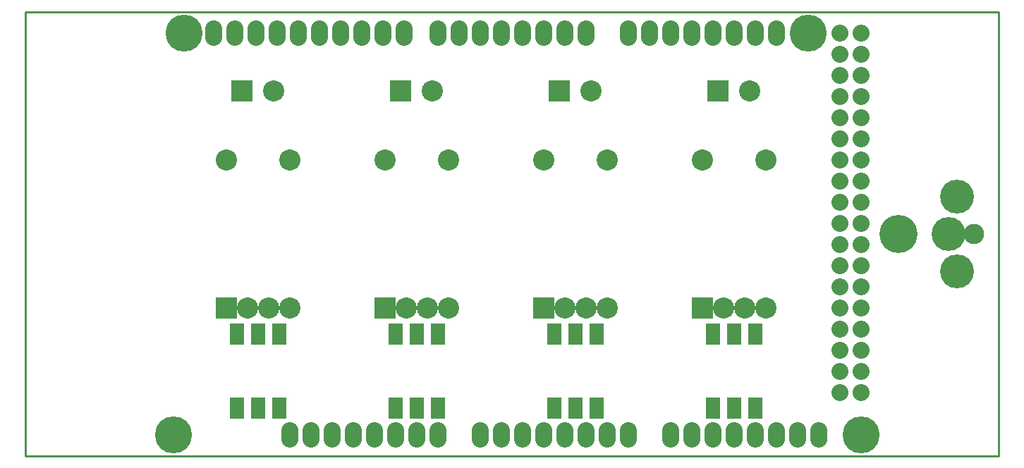
<source format=gbs>
G04 (created by PCBNEW-RS274X (2011-05-25)-stable) date Tue 18 Mar 2014 04:02:36 PM EDT*
G01*
G70*
G90*
%MOIN*%
G04 Gerber Fmt 3.4, Leading zero omitted, Abs format*
%FSLAX34Y34*%
G04 APERTURE LIST*
%ADD10C,0.006000*%
%ADD11C,0.009000*%
%ADD12C,0.175000*%
%ADD13O,0.080000X0.120000*%
%ADD14C,0.080000*%
%ADD15R,0.070000X0.100000*%
%ADD16C,0.096000*%
%ADD17C,0.160000*%
%ADD18C,0.180000*%
%ADD19R,0.100000X0.100000*%
%ADD20C,0.100000*%
G04 APERTURE END LIST*
G54D10*
G54D11*
X89500Y-51500D02*
X43500Y-51500D01*
X43500Y-30500D02*
X89500Y-30500D01*
X43500Y-30500D02*
X43500Y-51500D01*
X89500Y-51500D02*
X89500Y-30500D01*
G54D12*
X50500Y-50500D03*
X51000Y-31500D03*
X83000Y-50500D03*
X80500Y-31500D03*
G54D13*
X56000Y-50500D03*
X57000Y-50500D03*
X58000Y-50500D03*
X59000Y-50500D03*
X60000Y-50500D03*
X61000Y-50500D03*
X62000Y-50500D03*
X63000Y-50500D03*
X65000Y-50500D03*
X66000Y-50500D03*
X67000Y-50500D03*
X68000Y-50500D03*
X69000Y-50500D03*
X70000Y-50500D03*
X71000Y-50500D03*
X72000Y-50500D03*
X74000Y-50500D03*
X75000Y-50500D03*
X76000Y-50500D03*
X77000Y-50500D03*
X78000Y-50500D03*
X79000Y-50500D03*
X80000Y-50500D03*
X81000Y-50500D03*
X52400Y-31500D03*
X53400Y-31500D03*
X54400Y-31500D03*
X55400Y-31500D03*
X56400Y-31500D03*
X57400Y-31500D03*
X58400Y-31500D03*
X59400Y-31500D03*
X60400Y-31500D03*
X61400Y-31500D03*
X63000Y-31500D03*
X70000Y-31500D03*
X69000Y-31500D03*
X68000Y-31500D03*
X67000Y-31500D03*
X66000Y-31500D03*
X65000Y-31500D03*
X64000Y-31500D03*
X72000Y-31500D03*
X73000Y-31500D03*
X74000Y-31500D03*
X75000Y-31500D03*
X76000Y-31500D03*
X77000Y-31500D03*
X78000Y-31500D03*
X79000Y-31500D03*
G54D14*
X82000Y-31500D03*
X83000Y-31500D03*
X82000Y-32500D03*
X83000Y-32500D03*
X82000Y-33500D03*
X83000Y-33500D03*
X82000Y-34500D03*
X83000Y-34500D03*
X82000Y-35500D03*
X83000Y-35500D03*
X82000Y-36500D03*
X83000Y-36500D03*
X82000Y-37500D03*
X83000Y-37500D03*
X82000Y-38500D03*
X83000Y-38500D03*
X82000Y-39500D03*
X83000Y-39500D03*
X82000Y-40500D03*
X83000Y-40500D03*
X82000Y-41500D03*
X83000Y-41500D03*
X82000Y-42500D03*
X83000Y-42500D03*
X82000Y-43500D03*
X83000Y-43500D03*
X82000Y-44500D03*
X83000Y-44500D03*
X82000Y-45500D03*
X83000Y-45500D03*
X82000Y-46500D03*
X83000Y-46500D03*
X82000Y-47500D03*
X83000Y-47500D03*
X82000Y-48500D03*
X83000Y-48500D03*
G54D15*
X70500Y-49250D03*
X69500Y-49250D03*
X68500Y-49250D03*
X68500Y-45750D03*
X69500Y-45750D03*
X70500Y-45750D03*
X78000Y-49250D03*
X77000Y-49250D03*
X76000Y-49250D03*
X76000Y-45750D03*
X77000Y-45750D03*
X78000Y-45750D03*
G54D16*
X88320Y-41000D03*
G54D17*
X87140Y-41000D03*
G54D18*
X84780Y-41000D03*
G54D17*
X87530Y-39230D03*
X87530Y-42770D03*
G54D15*
X55500Y-49250D03*
X54500Y-49250D03*
X53500Y-49250D03*
X53500Y-45750D03*
X54500Y-45750D03*
X55500Y-45750D03*
X63000Y-49250D03*
X62000Y-49250D03*
X61000Y-49250D03*
X61000Y-45750D03*
X62000Y-45750D03*
X63000Y-45750D03*
G54D19*
X53000Y-44500D03*
G54D20*
X54000Y-44500D03*
X55000Y-44500D03*
X56000Y-44500D03*
X56000Y-37500D03*
X53000Y-37500D03*
G54D19*
X60500Y-44500D03*
G54D20*
X61500Y-44500D03*
X62500Y-44500D03*
X63500Y-44500D03*
X63500Y-37500D03*
X60500Y-37500D03*
G54D19*
X68000Y-44500D03*
G54D20*
X69000Y-44500D03*
X70000Y-44500D03*
X71000Y-44500D03*
X71000Y-37500D03*
X68000Y-37500D03*
G54D19*
X75500Y-44500D03*
G54D20*
X76500Y-44500D03*
X77500Y-44500D03*
X78500Y-44500D03*
X78500Y-37500D03*
X75500Y-37500D03*
G54D19*
X76250Y-34250D03*
G54D20*
X77750Y-34250D03*
G54D19*
X68750Y-34250D03*
G54D20*
X70250Y-34250D03*
G54D19*
X61250Y-34250D03*
G54D20*
X62750Y-34250D03*
G54D19*
X53750Y-34250D03*
G54D20*
X55250Y-34250D03*
M02*

</source>
